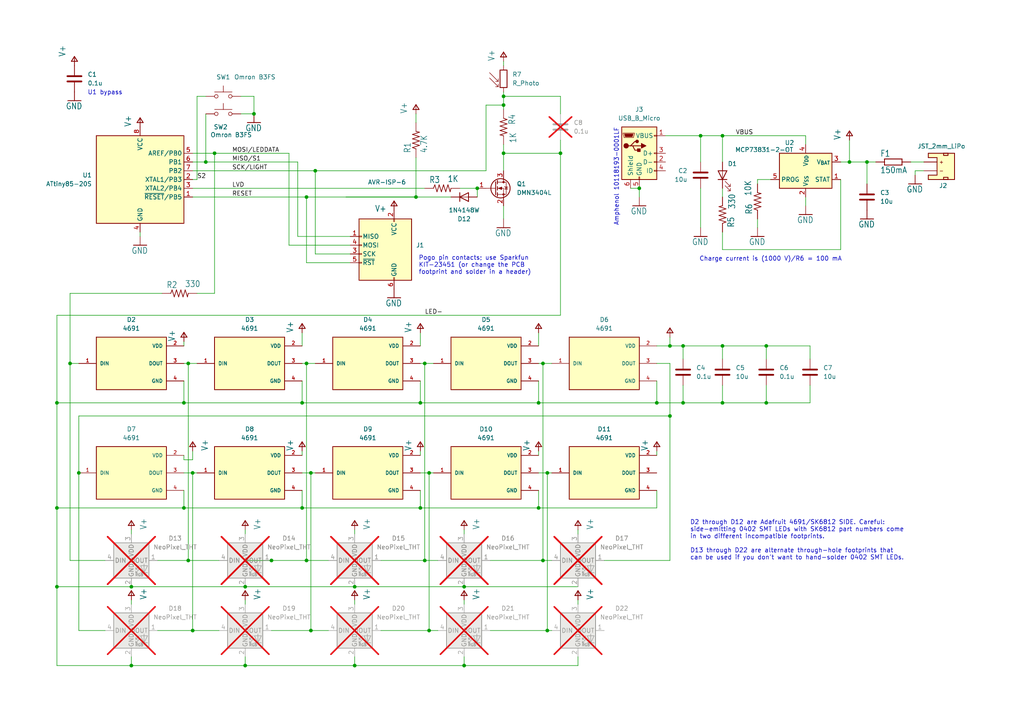
<source format=kicad_sch>
(kicad_sch (version 20250114) (generator "eeschema") (generator_version "9.0")
  (paper "A4")
  (text "Amphenol 10118193-0001LF" (at 178.816 51.308 90) (effects (font (size 1.27 1.27))))
  (text "Pogo pin contacts; use Sparkfun\nKIT-23451 (or change the PCB\nfootprint and solder in a header)" (at 121.412 76.962 0) (effects (font (size 1.27 1.27)) (justify left)))
  (text "Charge current is (1000 V)/R6 = 100 mA" (at 223.52 75.184 0) (effects (font (size 1.27 1.27))))
  (text "D2 through D12 are Adafruit 4691/SK6812 SIDE. Careful:\nside-emitting 0402 SMT LEDs with SK6812 part numbers come\nin two different incompatible footprints.\n\nD13 through D22 are alternate through-hole footprints that\ncan be used if you don't want to hand-solder 0402 SMT LEDs." (at 200.152 156.718 0) (effects (font (size 1.27 1.27)) (justify left)))
  (text "U1 bypass" (at 30.48 26.924 0) (effects (font (size 1.27 1.27))))
  (junction (at 90.17 182.88))
  (junction (at 54.61 105.41))
  (junction (at 20.32 105.41))
  (junction (at 53.34 147.32))
  (junction (at 246.38 46.99))
  (junction (at 78.74 162.56))
  (junction (at 91.44 49.53))
  (junction (at 124.46 137.16))
  (junction (at 194.31 120.65))
  (junction (at 16.51 170.18))
  (junction (at 157.48 105.41))
  (junction (at 222.25 100.33))
  (junction (at 90.17 137.16))
  (junction (at 138.43 54.61))
  (junction (at 157.48 162.56))
  (junction (at 156.21 147.32))
  (junction (at 209.55 100.33))
  (junction (at 55.88 182.88))
  (junction (at 53.34 116.84))
  (junction (at 88.9 57.15))
  (junction (at 146.05 30.48))
  (junction (at 198.12 116.84))
  (junction (at 73.66 33.02))
  (junction (at 123.19 162.56))
  (junction (at 123.19 105.41))
  (junction (at 88.9 105.41))
  (junction (at 54.61 162.56))
  (junction (at 121.92 116.84))
  (junction (at 87.63 147.32))
  (junction (at 194.31 100.33))
  (junction (at 146.05 27.94))
  (junction (at 88.9 162.56))
  (junction (at 158.75 137.16))
  (junction (at 59.69 46.99))
  (junction (at 156.21 116.84))
  (junction (at 209.55 39.37))
  (junction (at 134.62 170.18))
  (junction (at 22.86 137.16))
  (junction (at 158.75 182.88))
  (junction (at 38.1 193.04))
  (junction (at 251.46 46.99))
  (junction (at 71.12 170.18))
  (junction (at 134.62 193.04))
  (junction (at 185.42 54.61))
  (junction (at 16.51 116.84))
  (junction (at 55.88 137.16))
  (junction (at 87.63 116.84))
  (junction (at 102.87 170.18))
  (junction (at 121.92 147.32))
  (junction (at 71.12 193.04))
  (junction (at 120.65 57.15))
  (junction (at 209.55 116.84))
  (junction (at 162.56 44.45))
  (junction (at 124.46 182.88))
  (junction (at 198.12 100.33))
  (junction (at 190.5 116.84))
  (junction (at 38.1 170.18))
  (junction (at 62.23 44.45))
  (junction (at 16.51 147.32))
  (junction (at 146.05 44.45))
  (junction (at 222.25 116.84))
  (junction (at 203.2 39.37))
  (junction (at 102.87 193.04))
  (wire (pts (xy 62.23 44.45) (xy 55.88 44.45)) (stroke (width 0.1524)))
  (wire (pts (xy 209.55 46.99) (xy 209.55 39.37)))
  (wire (pts (xy 251.46 46.99) (xy 251.46 53.34)))
  (wire (pts (xy 251.46 46.99) (xy 254 46.99)))
  (wire (pts (xy 162.56 44.45) (xy 162.56 91.44)))
  (wire (pts (xy 121.92 147.32) (xy 156.21 147.32)))
  (wire (pts (xy 90.17 137.16) (xy 91.44 137.16)))
  (wire (pts (xy 233.68 39.37) (xy 233.68 41.91)))
  (wire (pts (xy 233.68 57.15) (xy 233.68 59.69)))
  (wire (pts (xy 222.25 116.84) (xy 234.95 116.84)))
  (wire (pts (xy 101.6 68.58) (xy 86.36 68.58)))
  (wire (pts (xy 134.62 173.99) (xy 134.62 175.26)))
  (wire (pts (xy 124.46 137.16) (xy 125.73 137.16)))
  (wire (pts (xy 46.99 85.09) (xy 20.32 85.09)))
  (wire (pts (xy 67.31 54.61) (xy 55.88 54.61)))
  (wire (pts (xy 134.62 193.04) (xy 134.62 190.5)))
  (wire (pts (xy 167.64 153.67) (xy 167.64 154.94)))
  (wire (pts (xy 55.88 49.53) (xy 91.44 49.53)) (stroke (width 0.1524)))
  (wire (pts (xy 71.12 193.04) (xy 102.87 193.04)))
  (wire (pts (xy 142.24 182.88) (xy 158.75 182.88)))
  (wire (pts (xy 209.55 116.84) (xy 209.55 111.76)))
  (wire (pts (xy 146.05 26.67) (xy 146.05 27.94)))
  (wire (pts (xy 16.51 91.44) (xy 162.56 91.44)))
  (wire (pts (xy 78.74 182.88) (xy 90.17 182.88)))
  (wire (pts (xy 120.65 57.15) (xy 120.65 45.72)))
  (wire (pts (xy 146.05 17.78) (xy 146.05 19.05)))
  (wire (pts (xy 121.92 105.41) (xy 123.19 105.41)))
  (wire (pts (xy 134.62 170.18) (xy 167.64 170.18)))
  (wire (pts (xy 162.56 27.94) (xy 146.05 27.94)))
  (wire (pts (xy 203.2 39.37) (xy 203.2 46.99)))
  (wire (pts (xy 90.17 182.88) (xy 95.25 182.88)))
  (wire (pts (xy 209.55 57.15) (xy 209.55 54.61)))
  (wire (pts (xy 219.71 63.5) (xy 219.71 66.04)))
  (wire (pts (xy 265.43 49.53) (xy 265.43 50.8)))
  (wire (pts (xy 59.69 46.99) (xy 86.36 46.99)) (stroke (width 0.1524)))
  (wire (pts (xy 88.9 162.56) (xy 95.25 162.56)))
  (wire (pts (xy 71.12 162.56) (xy 78.74 162.56)))
  (wire (pts (xy 59.69 33.02) (xy 59.69 46.99)))
  (wire (pts (xy 190.5 147.32) (xy 190.5 142.24)))
  (wire (pts (xy 156.21 137.16) (xy 158.75 137.16)))
  (wire (pts (xy 209.55 116.84) (xy 222.25 116.84)))
  (wire (pts (xy 62.23 44.45) (xy 62.23 85.09)) (stroke (width 0.1524)))
  (wire (pts (xy 38.1 170.18) (xy 71.12 170.18)))
  (wire (pts (xy 22.86 182.88) (xy 30.48 182.88)))
  (wire (pts (xy 102.87 193.04) (xy 102.87 190.5)))
  (wire (pts (xy 146.05 41.91) (xy 146.05 44.45)))
  (wire (pts (xy 88.9 57.15) (xy 88.9 76.2)) (stroke (width 0.1524)))
  (wire (pts (xy 124.46 182.88) (xy 127 182.88)))
  (wire (pts (xy 53.34 99.06) (xy 53.34 100.33)))
  (wire (pts (xy 140.97 49.53) (xy 140.97 30.48)) (stroke (width 0.1524)))
  (wire (pts (xy 194.31 105.41) (xy 194.31 120.65)))
  (wire (pts (xy 190.5 116.84) (xy 190.5 110.49)))
  (wire (pts (xy 88.9 105.41) (xy 88.9 162.56)))
  (wire (pts (xy 209.55 100.33) (xy 209.55 104.14)))
  (wire (pts (xy 190.5 100.33) (xy 194.31 100.33)))
  (wire (pts (xy 194.31 100.33) (xy 198.12 100.33)))
  (wire (pts (xy 87.63 130.81) (xy 87.63 132.08)))
  (wire (pts (xy 16.51 116.84) (xy 16.51 147.32)))
  (wire (pts (xy 38.1 193.04) (xy 38.1 190.5)))
  (wire (pts (xy 134.62 153.67) (xy 134.62 154.94)))
  (wire (pts (xy 121.92 142.24) (xy 121.92 147.32)))
  (wire (pts (xy 62.23 44.45) (xy 83.82 44.45)) (stroke (width 0.1524)))
  (wire (pts (xy 55.88 137.16) (xy 57.15 137.16)))
  (wire (pts (xy 121.92 116.84) (xy 156.21 116.84)))
  (wire (pts (xy 83.82 71.12) (xy 83.82 44.45)))
  (wire (pts (xy 167.64 173.99) (xy 167.64 175.26)))
  (wire (pts (xy 38.1 173.99) (xy 38.1 175.26)))
  (wire (pts (xy 20.32 85.09) (xy 20.32 105.41)))
  (wire (pts (xy 71.12 173.99) (xy 71.12 175.26)))
  (wire (pts (xy 267.97 49.53) (xy 265.43 49.53)))
  (wire (pts (xy 16.51 147.32) (xy 53.34 147.32)))
  (wire (pts (xy 124.46 137.16) (xy 124.46 182.88)))
  (wire (pts (xy 55.88 137.16) (xy 55.88 182.88)))
  (wire (pts (xy 123.19 105.41) (xy 125.73 105.41)))
  (wire (pts (xy 158.75 137.16) (xy 158.75 182.88)))
  (wire (pts (xy 16.51 170.18) (xy 38.1 170.18)))
  (wire (pts (xy 91.44 105.41) (xy 88.9 105.41)))
  (wire (pts (xy 53.34 137.16) (xy 55.88 137.16)))
  (wire (pts (xy 40.64 67.31) (xy 40.64 68.58)))
  (wire (pts (xy 71.12 153.67) (xy 71.12 154.94)))
  (wire (pts (xy 69.85 27.94) (xy 73.66 27.94)))
  (wire (pts (xy 87.63 110.49) (xy 87.63 116.84)))
  (wire (pts (xy 86.36 68.58) (xy 86.36 46.99)))
  (wire (pts (xy 53.34 110.49) (xy 53.34 116.84)))
  (wire (pts (xy 209.55 67.31) (xy 209.55 72.39)))
  (wire (pts (xy 87.63 137.16) (xy 90.17 137.16)))
  (wire (pts (xy 90.17 137.16) (xy 90.17 182.88)))
  (wire (pts (xy 100.33 57.15) (xy 120.65 57.15)))
  (wire (pts (xy 78.74 162.56) (xy 88.9 162.56)))
  (wire (pts (xy 53.34 105.41) (xy 54.61 105.41)))
  (wire (pts (xy 203.2 39.37) (xy 209.55 39.37)))
  (wire (pts (xy 222.25 100.33) (xy 222.25 104.14)))
  (wire (pts (xy 234.95 116.84) (xy 234.95 111.76)))
  (wire (pts (xy 91.44 73.66) (xy 91.44 49.53)))
  (wire (pts (xy 121.92 137.16) (xy 124.46 137.16)))
  (wire (pts (xy 87.63 116.84) (xy 121.92 116.84)))
  (wire (pts (xy 243.84 52.07) (xy 243.84 72.39)))
  (wire (pts (xy 158.75 182.88) (xy 160.02 182.88)))
  (wire (pts (xy 54.61 105.41) (xy 54.61 162.56)))
  (wire (pts (xy 157.48 105.41) (xy 160.02 105.41)))
  (wire (pts (xy 55.88 52.07) (xy 57.15 52.07)))
  (wire (pts (xy 157.48 105.41) (xy 157.48 162.56)))
  (wire (pts (xy 20.32 105.41) (xy 22.86 105.41)))
  (wire (pts (xy 198.12 100.33) (xy 209.55 100.33)))
  (wire (pts (xy 101.6 73.66) (xy 91.44 73.66)))
  (wire (pts (xy 121.92 110.49) (xy 121.92 116.84)))
  (wire (pts (xy 162.56 40.64) (xy 162.56 44.45)))
  (wire (pts (xy 158.75 137.16) (xy 160.02 137.16)))
  (wire (pts (xy 45.72 162.56) (xy 54.61 162.56)))
  (wire (pts (xy 167.64 193.04) (xy 167.64 190.5)))
  (wire (pts (xy 16.51 147.32) (xy 16.51 170.18)))
  (wire (pts (xy 55.88 182.88) (xy 63.5 182.88)))
  (wire (pts (xy 182.88 54.61) (xy 185.42 54.61)))
  (wire (pts (xy 194.31 120.65) (xy 194.31 162.56)))
  (wire (pts (xy 54.61 105.41) (xy 57.15 105.41)))
  (wire (pts (xy 156.21 110.49) (xy 156.21 116.84)))
  (wire (pts (xy 71.12 193.04) (xy 71.12 190.5)))
  (wire (pts (xy 67.31 54.61) (xy 123.19 54.61)) (stroke (width 0.1524)))
  (wire (pts (xy 156.21 116.84) (xy 190.5 116.84)))
  (wire (pts (xy 55.88 57.15) (xy 88.9 57.15)) (stroke (width 0.1524)))
  (wire (pts (xy 53.34 142.24) (xy 53.34 147.32)))
  (wire (pts (xy 146.05 44.45) (xy 162.56 44.45)))
  (wire (pts (xy 140.97 30.48) (xy 146.05 30.48)) (stroke (width 0.1524)))
  (wire (pts (xy 88.9 57.15) (xy 120.65 57.15)) (stroke (width 0.1524)))
  (wire (pts (xy 101.6 71.12) (xy 83.82 71.12)))
  (wire (pts (xy 219.71 52.07) (xy 223.52 52.07)))
  (wire (pts (xy 146.05 44.45) (xy 146.05 49.53)))
  (wire (pts (xy 22.86 137.16) (xy 22.86 182.88)))
  (wire (pts (xy 190.5 116.84) (xy 198.12 116.84)))
  (wire (pts (xy 71.12 170.18) (xy 102.87 170.18)))
  (wire (pts (xy 194.31 97.79) (xy 194.31 100.33)))
  (wire (pts (xy 53.34 116.84) (xy 87.63 116.84)))
  (wire (pts (xy 219.71 53.34) (xy 219.71 52.07)))
  (wire (pts (xy 198.12 111.76) (xy 198.12 116.84)))
  (wire (pts (xy 198.12 100.33) (xy 198.12 104.14)))
  (wire (pts (xy 198.12 116.84) (xy 209.55 116.84)))
  (wire (pts (xy 146.05 63.5) (xy 146.05 59.69)))
  (wire (pts (xy 246.38 46.99) (xy 251.46 46.99)))
  (wire (pts (xy 156.21 147.32) (xy 190.5 147.32)))
  (wire (pts (xy 20.32 105.41) (xy 20.32 162.56)))
  (wire (pts (xy 87.63 147.32) (xy 121.92 147.32)))
  (wire (pts (xy 55.88 130.81) (xy 55.88 133.35)))
  (wire (pts (xy 91.44 49.53) (xy 140.97 49.53)) (stroke (width 0.1524)))
  (wire (pts (xy 134.62 193.04) (xy 167.64 193.04)))
  (wire (pts (xy 102.87 170.18) (xy 134.62 170.18)))
  (wire (pts (xy 54.61 162.56) (xy 63.5 162.56)))
  (wire (pts (xy 120.65 33.02) (xy 120.65 35.56)) (stroke (width 0.1524)))
  (wire (pts (xy 120.65 57.15) (xy 130.81 57.15)) (stroke (width 0.1524)))
  (wire (pts (xy 156.21 130.81) (xy 156.21 132.08)))
  (wire (pts (xy 209.55 39.37) (xy 233.68 39.37)))
  (wire (pts (xy 73.66 33.02) (xy 69.85 33.02)))
  (wire (pts (xy 157.48 162.56) (xy 160.02 162.56)))
  (wire (pts (xy 156.21 147.32) (xy 156.21 142.24)))
  (wire (pts (xy 138.43 54.61) (xy 133.35 54.61)))
  (wire (pts (xy 101.6 76.2) (xy 88.9 76.2)))
  (wire (pts (xy 88.9 105.41) (xy 87.63 105.41)))
  (wire (pts (xy 87.63 142.24) (xy 87.63 147.32)))
  (wire (pts (xy 87.63 96.52) (xy 87.63 100.33)))
  (wire (pts (xy 73.66 27.94) (xy 73.66 33.02)))
  (wire (pts (xy 59.69 27.94) (xy 57.15 27.94)))
  (wire (pts (xy 193.04 39.37) (xy 203.2 39.37)))
  (wire (pts (xy 45.72 182.88) (xy 55.88 182.88)))
  (wire (pts (xy 102.87 153.67) (xy 102.87 154.94)))
  (wire (pts (xy 53.34 147.32) (xy 87.63 147.32)))
  (wire (pts (xy 234.95 100.33) (xy 234.95 104.14)))
  (wire (pts (xy 123.19 162.56) (xy 127 162.56)))
  (wire (pts (xy 16.51 91.44) (xy 16.51 116.84)))
  (wire (pts (xy 102.87 173.99) (xy 102.87 175.26)))
  (wire (pts (xy 185.42 54.61) (xy 185.42 57.15)))
  (wire (pts (xy 209.55 100.33) (xy 222.25 100.33)))
  (wire (pts (xy 194.31 162.56) (xy 175.26 162.56)))
  (wire (pts (xy 142.24 162.56) (xy 157.48 162.56)))
  (wire (pts (xy 16.51 170.18) (xy 16.51 193.04)))
  (wire (pts (xy 222.25 116.84) (xy 222.25 111.76)))
  (wire (pts (xy 146.05 30.48) (xy 146.05 31.75)))
  (wire (pts (xy 102.87 193.04) (xy 134.62 193.04)))
  (wire (pts (xy 59.69 46.99) (xy 55.88 46.99)) (stroke (width 0.1524)))
  (wire (pts (xy 16.51 193.04) (xy 38.1 193.04)))
  (wire (pts (xy 156.21 105.41) (xy 157.48 105.41)))
  (wire (pts (xy 57.15 85.09) (xy 62.23 85.09)) (stroke (width 0.1524)))
  (wire (pts (xy 53.34 116.84) (xy 16.51 116.84)))
  (wire (pts (xy 190.5 130.81) (xy 190.5 132.08)))
  (wire (pts (xy 156.21 96.52) (xy 156.21 100.33)))
  (wire (pts (xy 138.43 54.61) (xy 138.43 57.15)))
  (wire (pts (xy 53.34 133.35) (xy 53.34 132.08)))
  (wire (pts (xy 121.92 130.81) (xy 121.92 132.08)))
  (wire (pts (xy 110.49 162.56) (xy 123.19 162.56)))
  (wire (pts (xy 22.86 120.65) (xy 22.86 137.16)))
  (wire (pts (xy 57.15 27.94) (xy 57.15 52.07)))
  (wire (pts (xy 264.16 46.99) (xy 267.97 46.99)))
  (wire (pts (xy 209.55 72.39) (xy 243.84 72.39)))
  (wire (pts (xy 146.05 27.94) (xy 146.05 30.48)))
  (wire (pts (xy 222.25 100.33) (xy 234.95 100.33)))
  (wire (pts (xy 203.2 54.61) (xy 203.2 66.04)))
  (wire (pts (xy 22.86 120.65) (xy 194.31 120.65)))
  (wire (pts (xy 162.56 33.02) (xy 162.56 27.94)))
  (wire (pts (xy 20.32 162.56) (xy 30.48 162.56)))
  (wire (pts (xy 55.88 133.35) (xy 53.34 133.35)))
  (wire (pts (xy 110.49 182.88) (xy 124.46 182.88)))
  (wire (pts (xy 246.38 40.64) (xy 246.38 46.99)))
  (wire (pts (xy 121.92 96.52) (xy 121.92 100.33)))
  (wire (pts (xy 38.1 193.04) (xy 71.12 193.04)))
  (wire (pts (xy 38.1 153.67) (xy 38.1 154.94)))
  (wire (pts (xy 123.19 105.41) (xy 123.19 162.56)))
  (wire (pts (xy 246.38 46.99) (xy 243.84 46.99)))
  (wire (pts (xy 190.5 105.41) (xy 194.31 105.41)))
  (label "SCK{slash}LIGHT" (at 67.31 49.53 0) (effects (font (size 1.2446 1.2446))))
  (label "MISO{slash}S1" (at 67.31 46.99 0) (effects (font (size 1.2446 1.2446))))
  (label "VBUS" (at 213.36 39.37 0))
  (label "S2" (at 57.15 52.07 0))
  (label "LED-" (at 123.19 91.44 0))
  (label "RESET" (at 67.31 57.15 0) (effects (font (size 1.2446 1.2446))))
  (label "LVD" (at 67.31 54.61 0))
  (label "MOSI{slash}LEDDATA" (at 67.31 44.45 0) (effects (font (size 1.2446 1.2446))))
  (symbol (lib_id "heart-eagle-import:V+") (at 38.1 171.45 0) (mirror y) (unit 1)
    (property "Reference" "#P+028" (effects (hide yes)))
    (property "Value" "V+" (at 40.64 173.99 90) (effects (font (size 1.778 1.5113)) (justify left bottom)))
  )
  (symbol (lib_id "heart-eagle-import:V+") (at 121.92 93.98 0) (unit 1)
    (property "Reference" "#P+015" (effects (hide yes)))
    (property "Value" "V+" (at 119.38 96.52 90) (effects (font (size 1.778 1.5113)) (justify left bottom)))
  )
  (symbol (lib_id "heart-eagle-import:V+") (at 38.1 151.13 0) (mirror y) (unit 1)
    (property "Reference" "#P+023" (effects (hide yes)))
    (property "Value" "V+" (at 40.64 153.67 90) (effects (font (size 1.778 1.5113)) (justify left bottom)))
  )
  (symbol (lib_id "heart-eagle-import:GND") (at 21.59 29.21 0) (unit 1)
    (property "Reference" "#GND02" (effects (hide yes)))
    (property "Value" "GND" (at 19.05 31.75 0) (effects (font (size 1.778 1.5113)) (justify left bottom)))
  )
  (symbol (lib_id "Device:C") (at 234.95 107.95 0) (unit 1)
    (property "Reference" "C7" (at 238.76 106.6799 0) (effects (justify left)))
    (property "Value" "10u" (at 238.76 109.2199 0) (effects (justify left)))
    (property "Footprint" "Capacitor_SMD:C_0603_1608Metric_Pad1.08x0.95mm_HandSolder" (effects (hide yes)))
    (property "Description" "Unpolarized capacitor" (effects (hide yes)))
  )
  (symbol (lib_id "heart-eagle-import:V+") (at 146.05 15.24 0) (unit 1)
    (property "Reference" "#P+07" (effects (hide yes)))
    (property "Value" "V+" (at 143.51 17.78 90) (effects (font (size 1.778 1.5113)) (justify left bottom)))
  )
  (symbol (lib_id "heart-eagle-import:R-US_R0603") (at 128.27 54.61 0) (unit 1)
    (property "Reference" "R3" (at 124.46 53.1114 0) (effects (font (size 1.778 1.5113)) (justify left bottom)))
    (property "Value" "1K" (at 129.794 52.832 0) (effects (font (size 1.778 1.5113)) (justify left bottom)))
    (property "Footprint" "butterfly:R_Axial_DIN0207_L6.3mm_D2.5mm_P7.62mm_Horizontal_nosilk" (effects (hide yes)))
  )
  (symbol (lib_id "LED:NeoPixel_THT") (at 134.62 162.56 0) (unit 1) (dnp yes)
    (property "Reference" "D16" (at 147.32 156.1398 0))
    (property "Value" "NeoPixel_THT" (at 147.32 158.6798 0))
    (property "Footprint" "neopixel:LED_D5.0mm-4_RGB" (effects (hide yes)))
    (property "Datasheet" "https://www.adafruit.com/product/1938" (effects (hide yes)))
    (property "Description" "RGB LED with integrated controller, 5mm/8mm LED package" (effects (hide yes)))
  )
  (symbol (lib_id "heart-eagle-import:V+") (at 156.21 128.27 0) (unit 1)
    (property "Reference" "#P+013" (effects (hide yes)))
    (property "Value" "V+" (at 153.67 130.81 90) (effects (font (size 1.778 1.5113)) (justify left bottom)))
  )
  (symbol (lib_id "heart-eagle-import:R-US_R0603") (at 52.07 85.09 0) (unit 1)
    (property "Reference" "R2" (at 48.26 83.5914 0) (effects (font (size 1.778 1.5113)) (justify left bottom)))
    (property "Value" "330" (at 53.594 83.312 0) (effects (font (size 1.778 1.5113)) (justify left bottom)))
    (property "Footprint" "butterfly:R_Axial_DIN0207_L6.3mm_D2.5mm_P7.62mm_Horizontal_nosilk" (effects (hide yes)))
  )
  (symbol (lib_id "heart-eagle-import:V+") (at 120.65 30.48 0) (unit 1)
    (property "Reference" "#P+01" (effects (hide yes)))
    (property "Value" "V+" (at 118.11 33.02 90) (effects (font (size 1.778 1.5113)) (justify left bottom)))
  )
  (symbol (lib_id "heart-eagle-import:V+") (at 87.63 128.27 0) (unit 1)
    (property "Reference" "#P+011" (effects (hide yes)))
    (property "Value" "V+" (at 85.09 130.81 90) (effects (font (size 1.778 1.5113)) (justify left bottom)))
  )
  (symbol (lib_id "heart-eagle-import:GND") (at 233.68 62.23 0) (unit 1)
    (property "Reference" "#GND05" (effects (hide yes)))
    (property "Value" "GND" (at 231.14 64.77 0) (effects (font (size 1.778 1.5113)) (justify left bottom)))
  )
  (symbol (lib_id "heart-eagle-import:GND") (at 40.64 71.12 0) (unit 1)
    (property "Reference" "#GND04" (effects (hide yes)))
    (property "Value" "GND" (at 38.1 73.66 0) (effects (font (size 1.778 1.5113)) (justify left bottom)))
  )
  (symbol (lib_id "heart-eagle-import:GND") (at 185.42 59.69 0) (unit 1)
    (property "Reference" "#GND06" (effects (hide yes)))
    (property "Value" "GND" (at 182.88 62.23 0) (effects (font (size 1.778 1.5113)) (justify left bottom)))
  )
  (symbol (lib_id "Connector:USB_B_Micro") (at 185.42 44.45 0) (unit 1)
    (property "Reference" "J3" (at 185.42 31.75 0))
    (property "Value" "USB_B_Micro" (at 185.42 34.29 0))
    (property "Footprint" "Connector_USB:USB_Micro-B_Amphenol_10118193-0001LF_Horizontal" (effects (hide yes)))
    (property "Description" "USB Micro Type B connector" (effects (hide yes)))
  )
  (symbol (lib_id "Device:C") (at 198.12 107.95 0) (unit 1)
    (property "Reference" "C4" (at 201.93 106.6799 0) (effects (justify left)))
    (property "Value" "0.1u" (at 201.93 109.2199 0) (effects (justify left)))
    (property "Footprint" "Capacitor_SMD:C_0603_1608Metric_Pad1.08x0.95mm_HandSolder" (effects (hide yes)))
    (property "Description" "Unpolarized capacitor" (effects (hide yes)))
  )
  (symbol (lib_id "4691:4691") (at 140.97 105.41 0) (unit 1)
    (property "Reference" "D5" (at 140.97 92.71 0))
    (property "Value" "4691" (at 140.97 95.25 0))
    (property "Footprint" "4691_butterfly:4691_handsolder" (effects (hide yes)))
    (property "MF" "Adafruit" (effects (hide yes)))
    (property "MAXIMUM_PACKAGE_HEIGHT" "2.05 mm" (effects (hide yes)))
    (property "Package" "NON-STANDARD-4 Normand Electronics" (effects (hide yes)))
    (property "Price" "None" (effects (hide yes)))
    (property "Check_prices" "https://www.snapeda.com/parts/4691/Adafruit+Industries/view-part/?ref=eda" (effects (hide yes)))
    (property "STANDARD" "Manufacturer Recommendations" (effects (hide yes)))
    (property "PARTREV" "01" (effects (hide yes)))
    (property "SnapEDA_Link" "https://www.snapeda.com/parts/4691/Adafruit+Industries/view-part/?ref=snap" (effects (hide yes)))
    (property "MP" "4691" (effects (hide yes)))
    (property "Description_1" "\n                        \n                            Addressable Lighting Neopixel 10 LED Discrete Red, Green, Blue (RGB) 4.00mm L x 2.00mm W\n                        \n" (effects (hide yes)))
    (property "Availability" "Not in stock" (effects (hide yes)))
    (property "MANUFACTURER" "Adafruit" (effects (hide yes)))
  )
  (symbol (lib_id "heart-eagle-import:V+") (at 40.64 34.29 0) (unit 1)
    (property "Reference" "#P+02" (effects (hide yes)))
    (property "Value" "V+" (at 38.1 36.83 90) (effects (font (size 1.778 1.5113)) (justify left bottom)))
  )
  (symbol (lib_id "heart-eagle-import:V+") (at 156.21 93.98 0) (mirror y) (unit 1)
    (property "Reference" "#P+017" (effects (hide yes)))
    (property "Value" "V+" (effects (hide yes)))
  )
  (symbol (lib_id "heart-eagle-import:V+") (at 194.31 95.25 0) (mirror y) (unit 1)
    (property "Reference" "#P+09" (effects (hide yes)))
    (property "Value" "V+" (effects (hide yes)))
  )
  (symbol (lib_id "LED:NeoPixel_THT") (at 71.12 162.56 0) (unit 1) (dnp yes)
    (property "Reference" "D14" (at 83.82 156.1398 0))
    (property "Value" "NeoPixel_THT" (at 83.82 158.6798 0))
    (property "Footprint" "neopixel:LED_D5.0mm-4_RGB" (effects (hide yes)))
    (property "Datasheet" "https://www.adafruit.com/product/1938" (effects (hide yes)))
    (property "Description" "RGB LED with integrated controller, 5mm/8mm LED package" (effects (hide yes)))
  )
  (symbol (lib_id "Device:C") (at 21.59 22.86 0) (unit 1)
    (property "Reference" "C1" (at 25.4 21.5899 0) (effects (justify left)))
    (property "Value" "0.1u" (at 25.4 24.1299 0) (effects (justify left)))
    (property "Footprint" "Capacitor_SMD:C_0603_1608Metric_Pad1.08x0.95mm_HandSolder" (effects (hide yes)))
    (property "Description" "Unpolarized capacitor" (effects (hide yes)))
  )
  (symbol (lib_id "heart-eagle-import:GND") (at 265.43 53.34 0) (unit 1)
    (property "Reference" "#GND08" (effects (hide yes)))
    (property "Value" "GND" (at 262.89 55.88 0) (effects (font (size 1.778 1.5113)) (justify left bottom)))
  )
  (symbol (lib_id "heart-eagle-import:V+") (at 190.5 128.27 0) (unit 1)
    (property "Reference" "#P+014" (effects (hide yes)))
    (property "Value" "V+" (at 187.96 130.81 90) (effects (font (size 1.778 1.5113)) (justify left bottom)))
  )
  (symbol (lib_id "heart-eagle-import:R-US_R0603") (at 209.55 62.23 270) (mirror x) (unit 1)
    (property "Reference" "R5" (at 211.0486 66.04 0) (effects (font (size 1.778 1.5113)) (justify left bottom)))
    (property "Value" "330" (at 211.328 60.706 0) (effects (font (size 1.778 1.5113)) (justify left bottom)))
    (property "Footprint" "butterfly:R_Axial_DIN0207_L6.3mm_D2.5mm_P7.62mm_Horizontal_nosilk" (effects (hide yes)))
  )
  (symbol (lib_id "LED:NeoPixel_THT") (at 102.87 182.88 0) (unit 1) (dnp yes)
    (property "Reference" "D20" (at 115.57 176.4598 0))
    (property "Value" "NeoPixel_THT" (at 115.57 178.9998 0))
    (property "Footprint" "neopixel:LED_D5.0mm-4_RGB" (effects (hide yes)))
    (property "Datasheet" "https://www.adafruit.com/product/1938" (effects (hide yes)))
    (property "Description" "RGB LED with integrated controller, 5mm/8mm LED package" (effects (hide yes)))
  )
  (symbol (lib_id "4691:4691") (at 175.26 137.16 0) (unit 1)
    (property "Reference" "D11" (at 175.26 124.46 0))
    (property "Value" "4691" (at 175.26 127 0))
    (property "Footprint" "4691_butterfly:4691_handsolder" (effects (hide yes)))
    (property "MF" "Adafruit" (effects (hide yes)))
    (property "MAXIMUM_PACKAGE_HEIGHT" "2.05 mm" (effects (hide yes)))
    (property "Package" "NON-STANDARD-4 Normand Electronics" (effects (hide yes)))
    (property "Price" "None" (effects (hide yes)))
    (property "Check_prices" "https://www.snapeda.com/parts/4691/Adafruit+Industries/view-part/?ref=eda" (effects (hide yes)))
    (property "STANDARD" "Manufacturer Recommendations" (effects (hide yes)))
    (property "PARTREV" "01" (effects (hide yes)))
    (property "SnapEDA_Link" "https://www.snapeda.com/parts/4691/Adafruit+Industries/view-part/?ref=snap" (effects (hide yes)))
    (property "MP" "4691" (effects (hide yes)))
    (property "Description_1" "\n                        \n                            Addressable Lighting Neopixel 10 LED Discrete Red, Green, Blue (RGB) 4.00mm L x 2.00mm W\n                        \n" (effects (hide yes)))
    (property "Availability" "Not in stock" (effects (hide yes)))
    (property "MANUFACTURER" "Adafruit" (effects (hide yes)))
  )
  (symbol (lib_id "4691:4691") (at 140.97 137.16 0) (unit 1)
    (property "Reference" "D10" (at 140.97 124.46 0))
    (property "Value" "4691" (at 140.97 127 0))
    (property "Footprint" "4691_butterfly:4691_handsolder" (effects (hide yes)))
    (property "MF" "Adafruit" (effects (hide yes)))
    (property "MAXIMUM_PACKAGE_HEIGHT" "2.05 mm" (effects (hide yes)))
    (property "Package" "NON-STANDARD-4 Normand Electronics" (effects (hide yes)))
    (property "Price" "None" (effects (hide yes)))
    (property "Check_prices" "https://www.snapeda.com/parts/4691/Adafruit+Industries/view-part/?ref=eda" (effects (hide yes)))
    (property "STANDARD" "Manufacturer Recommendations" (effects (hide yes)))
    (property "PARTREV" "01" (effects (hide yes)))
    (property "SnapEDA_Link" "https://www.snapeda.com/parts/4691/Adafruit+Industries/view-part/?ref=snap" (effects (hide yes)))
    (property "MP" "4691" (effects (hide yes)))
    (property "Description_1" "\n                        \n                            Addressable Lighting Neopixel 10 LED Discrete Red, Green, Blue (RGB) 4.00mm L x 2.00mm W\n                        \n" (effects (hide yes)))
    (property "Availability" "Not in stock" (effects (hide yes)))
    (property "MANUFACTURER" "Adafruit" (effects (hide yes)))
  )
  (symbol (lib_id "heart-eagle-import:V+") (at 21.59 16.51 0) (unit 1)
    (property "Reference" "#P+04" (effects (hide yes)))
    (property "Value" "V+" (at 19.05 16.51 90) (effects (font (size 1.778 1.5113)) (justify left bottom)))
  )
  (symbol (lib_id "Switch:SW_Omron_B3FS") (at 64.77 33.02 0) (unit 1)
    (property "Reference" "SW2" (at 64.008 36.83 0))
    (property "Value" "Omron B3FS" (at 67.056 39.116 0))
    (property "Footprint" "Button_Switch_SMD:SW_SPST_Omron_B3FS-100xP" (effects (hide yes)))
    (property "Datasheet" "https://omronfs.omron.com/en_US/ecb/products/pdf/en-b3fs.pdf" (effects (hide yes)))
    (property "Description" "Omron B3FS 6x6mm single pole normally-open tactile switch" (effects (hide yes)))
  )
  (symbol (lib_id "heart-eagle-import:GND") (at 73.66 35.56 0) (unit 1)
    (property "Reference" "#GND01" (effects (hide yes)))
    (property "Value" "GND" (at 71.12 38.1 0) (effects (font (size 1.778 1.5113)) (justify left bottom)))
  )
  (symbol (lib_id "heart-eagle-import:V+") (at 167.64 171.45 0) (mirror y) (unit 1)
    (property "Reference" "#P+024" (effects (hide yes)))
    (property "Value" "V+" (at 170.18 173.99 90) (effects (font (size 1.778 1.5113)) (justify left bottom)))
  )
  (symbol (lib_id "4691:4691") (at 38.1 105.41 0) (unit 1)
    (property "Reference" "D2" (at 38.1 92.71 0))
    (property "Value" "4691" (at 38.1 95.25 0))
    (property "Footprint" "4691_butterfly:4691_handsolder" (effects (hide yes)))
    (property "MF" "Adafruit" (effects (hide yes)))
    (property "MAXIMUM_PACKAGE_HEIGHT" "2.05 mm" (effects (hide yes)))
    (property "Package" "NON-STANDARD-4 Normand Electronics" (effects (hide yes)))
    (property "Price" "None" (effects (hide yes)))
    (property "Check_prices" "https://www.snapeda.com/parts/4691/Adafruit+Industries/view-part/?ref=eda" (effects (hide yes)))
    (property "STANDARD" "Manufacturer Recommendations" (effects (hide yes)))
    (property "PARTREV" "01" (effects (hide yes)))
    (property "SnapEDA_Link" "https://www.snapeda.com/parts/4691/Adafruit+Industries/view-part/?ref=snap" (effects (hide yes)))
    (property "MP" "4691" (effects (hide yes)))
    (property "Description_1" "\n                        \n                            Addressable Lighting Neopixel 10 LED Discrete Red, Green, Blue (RGB) 4.00mm L x 2.00mm W\n                        \n" (effects (hide yes)))
    (property "Availability" "Not in stock" (effects (hide yes)))
    (property "MANUFACTURER" "Adafruit" (effects (hide yes)))
  )
  (symbol (lib_id "heart-eagle-import:R-US_R0603") (at 219.71 58.42 90) (unit 1)
    (property "Reference" "R6" (at 218.2114 62.23 0) (effects (font (size 1.778 1.5113)) (justify left bottom)))
    (property "Value" "10K" (at 217.932 56.896 0) (effects (font (size 1.778 1.5113)) (justify left bottom)))
    (property "Footprint" "butterfly:R_Axial_DIN0207_L6.3mm_D2.5mm_P7.62mm_Horizontal_nosilk" (effects (hide yes)))
  )
  (symbol (lib_id "heart-eagle-import:V+") (at 134.62 151.13 0) (mirror y) (unit 1)
    (property "Reference" "#P+021" (effects (hide yes)))
    (property "Value" "V+" (at 137.16 153.67 90) (effects (font (size 1.778 1.5113)) (justify left bottom)))
  )
  (symbol (lib_id "LED:NeoPixel_THT") (at 102.87 162.56 0) (unit 1) (dnp yes)
    (property "Reference" "D15" (at 115.57 156.1398 0))
    (property "Value" "NeoPixel_THT" (at 115.57 158.6798 0))
    (property "Footprint" "neopixel:LED_D5.0mm-4_RGB" (effects (hide yes)))
    (property "Datasheet" "https://www.adafruit.com/product/1938" (effects (hide yes)))
    (property "Description" "RGB LED with integrated controller, 5mm/8mm LED package" (effects (hide yes)))
  )
  (symbol (lib_id "4691:4691") (at 72.39 137.16 0) (unit 1)
    (property "Reference" "D8" (at 72.39 124.46 0))
    (property "Value" "4691" (at 72.39 127 0))
    (property "Footprint" "4691_butterfly:4691_handsolder" (effects (hide yes)))
    (property "MF" "Adafruit" (effects (hide yes)))
    (property "MAXIMUM_PACKAGE_HEIGHT" "2.05 mm" (effects (hide yes)))
    (property "Package" "NON-STANDARD-4 Normand Electronics" (effects (hide yes)))
    (property "Price" "None" (effects (hide yes)))
    (property "Check_prices" "https://www.snapeda.com/parts/4691/Adafruit+Industries/view-part/?ref=eda" (effects (hide yes)))
    (property "STANDARD" "Manufacturer Recommendations" (effects (hide yes)))
    (property "PARTREV" "01" (effects (hide yes)))
    (property "SnapEDA_Link" "https://www.snapeda.com/parts/4691/Adafruit+Industries/view-part/?ref=snap" (effects (hide yes)))
    (property "MP" "4691" (effects (hide yes)))
    (property "Description_1" "\n                        \n                            Addressable Lighting Neopixel 10 LED Discrete Red, Green, Blue (RGB) 4.00mm L x 2.00mm W\n                        \n" (effects (hide yes)))
    (property "Availability" "Not in stock" (effects (hide yes)))
    (property "MANUFACTURER" "Adafruit" (effects (hide yes)))
  )
  (symbol (lib_id "heart-eagle-import:V+") (at 114.3 58.42 0) (unit 1)
    (property "Reference" "#P+03" (effects (hide yes)))
    (property "Value" "V+" (at 108.712 61.468 0) (effects (font (size 1.778 1.5113)) (justify left bottom)))
  )
  (symbol (lib_id "4691:4691") (at 38.1 137.16 0) (unit 1)
    (property "Reference" "D7" (at 38.1 124.46 0))
    (property "Value" "4691" (at 38.1 127 0))
    (property "Footprint" "4691_butterfly:4691_handsolder" (effects (hide yes)))
    (property "MF" "Adafruit" (effects (hide yes)))
    (property "MAXIMUM_PACKAGE_HEIGHT" "2.05 mm" (effects (hide yes)))
    (property "Package" "NON-STANDARD-4 Normand Electronics" (effects (hide yes)))
    (property "Price" "None" (effects (hide yes)))
    (property "Check_prices" "https://www.snapeda.com/parts/4691/Adafruit+Industries/view-part/?ref=eda" (effects (hide yes)))
    (property "STANDARD" "Manufacturer Recommendations" (effects (hide yes)))
    (property "PARTREV" "01" (effects (hide yes)))
    (property "SnapEDA_Link" "https://www.snapeda.com/parts/4691/Adafruit+Industries/view-part/?ref=snap" (effects (hide yes)))
    (property "MP" "4691" (effects (hide yes)))
    (property "Description_1" "\n                        \n                            Addressable Lighting Neopixel 10 LED Discrete Red, Green, Blue (RGB) 4.00mm L x 2.00mm W\n                        \n" (effects (hide yes)))
    (property "Availability" "Not in stock" (effects (hide yes)))
    (property "MANUFACTURER" "Adafruit" (effects (hide yes)))
  )
  (symbol (lib_id "Device:C") (at 251.46 57.15 0) (unit 1)
    (property "Reference" "C3" (at 255.27 55.8799 0) (effects (justify left)))
    (property "Value" "10u" (at 255.27 58.42 0) (effects (justify left)))
    (property "Footprint" "Capacitor_SMD:C_0603_1608Metric_Pad1.08x0.95mm_HandSolder" (effects (hide yes)))
    (property "Description" "Unpolarized capacitor" (effects (hide yes)))
  )
  (symbol (lib_id "4691:4691") (at 175.26 105.41 0) (unit 1)
    (property "Reference" "D6" (at 175.26 92.71 0))
    (property "Value" "4691" (at 175.26 95.25 0))
    (property "Footprint" "4691_butterfly:4691_handsolder" (effects (hide yes)))
    (property "MF" "Adafruit" (effects (hide yes)))
    (property "MAXIMUM_PACKAGE_HEIGHT" "2.05 mm" (effects (hide yes)))
    (property "Package" "NON-STANDARD-4 Normand Electronics" (effects (hide yes)))
    (property "Price" "None" (effects (hide yes)))
    (property "Check_prices" "https://www.snapeda.com/parts/4691/Adafruit+Industries/view-part/?ref=eda" (effects (hide yes)))
    (property "STANDARD" "Manufacturer Recommendations" (effects (hide yes)))
    (property "PARTREV" "01" (effects (hide yes)))
    (property "SnapEDA_Link" "https://www.snapeda.com/parts/4691/Adafruit+Industries/view-part/?ref=snap" (effects (hide yes)))
    (property "MP" "4691" (effects (hide yes)))
    (property "Description_1" "\n                        \n                            Addressable Lighting Neopixel 10 LED Discrete Red, Green, Blue (RGB) 4.00mm L x 2.00mm W\n                        \n" (effects (hide yes)))
    (property "Availability" "Not in stock" (effects (hide yes)))
    (property "MANUFACTURER" "Adafruit" (effects (hide yes)))
  )
  (symbol (lib_id "heart-eagle-import:V+") (at 55.88 128.27 0) (mirror y) (unit 1)
    (property "Reference" "#P+010" (effects (hide yes)))
    (property "Value" "V+" (at 58.42 130.81 90) (effects (font (size 1.778 1.5113)) (justify left bottom)))
  )
  (symbol (lib_id "heart-eagle-import:V+") (at 71.12 151.13 0) (mirror y) (unit 1)
    (property "Reference" "#P+018" (effects (hide yes)))
    (property "Value" "V+" (at 73.66 153.67 90) (effects (font (size 1.778 1.5113)) (justify left bottom)))
  )
  (symbol (lib_id "Device:LED") (at 209.55 50.8 90) (unit 1)
    (property "Reference" "D1" (at 211.074 47.498 90) (effects (justify right)))
    (property "Value" "LED" (effects (hide yes)))
    (property "Footprint" "LED_SMD:LED_0805_2012Metric_Pad1.15x1.40mm_HandSolder" (effects (hide yes)))
    (property "Description" "Light emitting diode" (effects (hide yes)))
    (property "Sim.Pins" "1=K 2=A" (effects (hide yes)))
  )
  (symbol (lib_id "heart-eagle-import:V+") (at 71.12 171.45 0) (mirror y) (unit 1)
    (property "Reference" "#P+027" (effects (hide yes)))
    (property "Value" "V+" (at 73.66 173.99 90) (effects (font (size 1.778 1.5113)) (justify left bottom)))
  )
  (symbol (lib_id "LED:NeoPixel_THT") (at 71.12 182.88 0) (unit 1) (dnp yes)
    (property "Reference" "D19" (at 83.82 176.4598 0))
    (property "Value" "NeoPixel_THT" (at 83.82 178.9998 0))
    (property "Footprint" "neopixel:LED_D5.0mm-4_RGB" (effects (hide yes)))
    (property "Datasheet" "https://www.adafruit.com/product/1938" (effects (hide yes)))
    (property "Description" "RGB LED with integrated controller, 5mm/8mm LED package" (effects (hide yes)))
  )
  (symbol (lib_id "LED:NeoPixel_THT") (at 38.1 182.88 0) (unit 1) (dnp yes)
    (property "Reference" "D18" (at 50.8 176.4598 0))
    (property "Value" "NeoPixel_THT" (at 50.8 178.9998 0))
    (property "Footprint" "neopixel:LED_D5.0mm-4_RGB" (effects (hide yes)))
    (property "Datasheet" "https://www.adafruit.com/product/1938" (effects (hide yes)))
    (property "Description" "RGB LED with integrated controller, 5mm/8mm LED package" (effects (hide yes)))
  )
  (symbol (lib_id "heart-eagle-import:V+") (at 102.87 171.45 0) (mirror y) (unit 1)
    (property "Reference" "#P+026" (effects (hide yes)))
    (property "Value" "V+" (at 105.41 173.99 90) (effects (font (size 1.778 1.5113)) (justify left bottom)))
  )
  (symbol (lib_id "Diode:LL4148") (at 134.62 57.15 0) (mirror x) (unit 1)
    (property "Reference" "D12" (at 134.62 63.5 0))
    (property "Value" "1N4148W" (at 134.62 60.96 0))
    (property "Footprint" "Diode_SMD:D_MiniMELF" (effects (hide yes)))
    (property "Datasheet" "http://www.vishay.com/docs/85557/ll4148.pdf" (effects (hide yes)))
    (property "Description" "100V 0.15A standard switching diode, MiniMELF" (effects (hide yes)))
    (property "Sim.Device" "D" (effects (hide yes)))
    (property "Sim.Pins" "1=K 2=A" (effects (hide yes)))
  )
  (symbol (lib_id "heart-eagle-import:R-US_R0603") (at 120.65 40.64 90) (unit 1)
    (property "Reference" "R1" (at 119.1514 44.45 0) (effects (font (size 1.778 1.5113)) (justify left bottom)))
    (property "Value" "4.7K" (at 123.952 44.45 0) (effects (font (size 1.778 1.5113)) (justify left bottom)))
    (property "Footprint" "butterfly:R_Axial_DIN0207_L6.3mm_D2.5mm_P7.62mm_Horizontal_nosilk" (effects (hide yes)))
  )
  (symbol (lib_id "LED:NeoPixel_THT") (at 38.1 162.56 0) (unit 1) (dnp yes)
    (property "Reference" "D13" (at 50.8 156.1398 0))
    (property "Value" "NeoPixel_THT" (at 50.8 158.6798 0))
    (property "Footprint" "neopixel:LED_D5.0mm-4_RGB" (effects (hide yes)))
    (property "Datasheet" "https://www.adafruit.com/product/1938" (effects (hide yes)))
    (property "Description" "RGB LED with integrated controller, 5mm/8mm LED package" (effects (hide yes)))
  )
  (symbol (lib_id "LED:NeoPixel_THT") (at 167.64 182.88 0) (unit 1) (dnp yes)
    (property "Reference" "D22" (at 180.34 176.4598 0))
    (property "Value" "NeoPixel_THT" (at 180.34 178.9998 0))
    (property "Footprint" "neopixel:LED_D5.0mm-4_RGB" (effects (hide yes)))
    (property "Datasheet" "https://www.adafruit.com/product/1938" (effects (hide yes)))
    (property "Description" "RGB LED with integrated controller, 5mm/8mm LED package" (effects (hide yes)))
  )
  (symbol (lib_id "heart-eagle-import:GND") (at 114.3 86.36 0) (unit 1)
    (property "Reference" "#GND03" (effects (hide yes)))
    (property "Value" "GND" (at 111.76 88.9 0) (effects (font (size 1.778 1.5113)) (justify left bottom)))
  )
  (symbol (lib_id "heart-eagle-import:GND") (at 203.2 68.58 0) (unit 1)
    (property "Reference" "#GND09" (effects (hide yes)))
    (property "Value" "GND" (at 200.66 71.12 0) (effects (font (size 1.778 1.5113)) (justify left bottom)))
  )
  (symbol (lib_id "heart-eagle-import:V+") (at 87.63 93.98 0) (unit 1)
    (property "Reference" "#P+016" (effects (hide yes)))
    (property "Value" "V+" (at 85.09 96.52 90) (effects (font (size 1.778 1.5113)) (justify left bottom)))
  )
  (symbol (lib_id "heart-eagle-import:R-US_R0603") (at 146.05 36.83 270) (unit 1)
    (property "Reference" "R4" (at 147.5486 33.02 0) (effects (font (size 1.778 1.5113)) (justify left bottom)))
    (property "Value" "1K" (at 147.828 38.354 0) (effects (font (size 1.778 1.5113)) (justify left bottom)))
    (property "Footprint" "butterfly:R_Axial_DIN0207_L6.3mm_D2.5mm_P7.62mm_Horizontal_nosilk" (effects (hide yes)))
  )
  (symbol (lib_id "4691:4691") (at 72.39 105.41 0) (unit 1)
    (property "Reference" "D3" (at 72.39 92.71 0))
    (property "Value" "4691" (at 72.39 95.25 0))
    (property "Footprint" "4691_butterfly:4691_handsolder" (effects (hide yes)))
    (property "MF" "Adafruit" (effects (hide yes)))
    (property "MAXIMUM_PACKAGE_HEIGHT" "2.05 mm" (effects (hide yes)))
    (property "Package" "NON-STANDARD-4 Normand Electronics" (effects (hide yes)))
    (property "Price" "None" (effects (hide yes)))
    (property "Check_prices" "https://www.snapeda.com/parts/4691/Adafruit+Industries/view-part/?ref=eda" (effects (hide yes)))
    (property "STANDARD" "Manufacturer Recommendations" (effects (hide yes)))
    (property "PARTREV" "01" (effects (hide yes)))
    (property "SnapEDA_Link" "https://www.snapeda.com/parts/4691/Adafruit+Industries/view-part/?ref=snap" (effects (hide yes)))
    (property "MP" "4691" (effects (hide yes)))
    (property "Description_1" "\n                        \n                            Addressable Lighting Neopixel 10 LED Discrete Red, Green, Blue (RGB) 4.00mm L x 2.00mm W\n                        \n" (effects (hide yes)))
    (property "Availability" "Not in stock" (effects (hide yes)))
    (property "MANUFACTURER" "Adafruit" (effects (hide yes)))
  )
  (symbol (lib_id "Transistor_FET:DMN3404L") (at 143.51 54.61 0) (unit 1)
    (property "Reference" "Q1" (at 149.86 53.3399 0) (effects (justify left)))
    (property "Value" "DMN3404L" (at 149.86 55.8799 0) (effects (justify left)))
    (property "Footprint" "Package_TO_SOT_SMD:SOT-23" (effects (hide yes)))
    (property "Datasheet" "http://www.diodes.com/assets/Datasheets/ds31787.pdf" (effects (hide yes)))
    (property "Description" "5.8A Id, 30V Vds, N-Channel MOSFET, SOT-23" (effects (hide yes)))
  )
  (symbol (lib_id "SparkFun-Connector:Conn_01x02_JST_2mm_LiPo") (at 273.05 46.99 0) (unit 1)
    (property "Reference" "J2" (at 273.558 53.848 0))
    (property "Value" "JST_2mm_LiPo" (at 273.05 42.418 0))
    (property "Footprint" "SparkFun-Connector:JST_SMD_2.0mm-2" (effects (hide yes)))
    (property "Description" "2 Pin 2mm JST Battery Connector" (effects (hide yes)))
    (property "PROD_ID" "CONN-11443" (effects (hide yes)))
  )
  (symbol (lib_id "Device:C") (at 203.2 50.8 0) (mirror y) (unit 1)
    (property "Reference" "C2" (at 199.39 49.5299 0) (effects (justify left)))
    (property "Value" "10u" (at 199.39 52.0699 0) (effects (justify left)))
    (property "Footprint" "Capacitor_SMD:C_0603_1608Metric_Pad1.08x0.95mm_HandSolder" (effects (hide yes)))
    (property "Description" "Unpolarized capacitor" (effects (hide yes)))
  )
  (symbol (lib_id "heart-eagle-import:V+") (at 134.62 171.45 0) (mirror y) (unit 1)
    (property "Reference" "#P+025" (effects (hide yes)))
    (property "Value" "V+" (at 137.16 173.99 90) (effects (font (size 1.778 1.5113)) (justify left bottom)))
  )
  (symbol (lib_id "Device:C") (at 162.56 36.83 0) (unit 1) (dnp yes)
    (property "Reference" "C8" (at 166.37 35.5599 0) (effects (justify left)))
    (property "Value" "0.1u" (at 166.37 38.0999 0) (effects (justify left)))
    (property "Footprint" "Capacitor_SMD:C_0603_1608Metric_Pad1.08x0.95mm_HandSolder" (effects (hide yes)))
    (property "Description" "Unpolarized capacitor" (effects (hide yes)))
  )
  (symbol (lib_id "4691:4691") (at 106.68 105.41 0) (unit 1)
    (property "Reference" "D4" (at 106.68 92.71 0))
    (property "Value" "4691" (at 106.68 95.25 0))
    (property "Footprint" "4691_butterfly:4691_handsolder" (effects (hide yes)))
    (property "MF" "Adafruit" (effects (hide yes)))
    (property "MAXIMUM_PACKAGE_HEIGHT" "2.05 mm" (effects (hide yes)))
    (property "Package" "NON-STANDARD-4 Normand Electronics" (effects (hide yes)))
    (property "Price" "None" (effects (hide yes)))
    (property "Check_prices" "https://www.snapeda.com/parts/4691/Adafruit+Industries/view-part/?ref=eda" (effects (hide yes)))
    (property "STANDARD" "Manufacturer Recommendations" (effects (hide yes)))
    (property "PARTREV" "01" (effects (hide yes)))
    (property "SnapEDA_Link" "https://www.snapeda.com/parts/4691/Adafruit+Industries/view-part/?ref=snap" (effects (hide yes)))
    (property "MP" "4691" (effects (hide yes)))
    (property "Description_1" "\n                        \n                            Addressable Lighting Neopixel 10 LED Discrete Red, Green, Blue (RGB) 4.00mm L x 2.00mm W\n                        \n" (effects (hide yes)))
    (property "Availability" "Not in stock" (effects (hide yes)))
    (property "MANUFACTURER" "Adafruit" (effects (hide yes)))
  )
  (symbol (lib_id "LED:NeoPixel_THT") (at 167.64 162.56 0) (unit 1) (dnp yes)
    (property "Reference" "D17" (at 180.34 156.1398 0))
    (property "Value" "NeoPixel_THT" (at 180.34 158.6798 0))
    (property "Footprint" "neopixel:LED_D5.0mm-4_RGB" (effects (hide yes)))
    (property "Datasheet" "https://www.adafruit.com/product/1938" (effects (hide yes)))
    (property "Description" "RGB LED with integrated controller, 5mm/8mm LED package" (effects (hide yes)))
  )
  (symbol (lib_id "heart-eagle-import:GND") (at 219.71 68.58 0) (unit 1)
    (property "Reference" "#GND010" (effects (hide yes)))
    (property "Value" "GND" (at 217.17 71.12 0) (effects (font (size 1.778 1.5113)) (justify left bottom)))
  )
  (symbol (lib_id "4691:4691") (at 106.68 137.16 0) (unit 1)
    (property "Reference" "D9" (at 106.68 124.46 0))
    (property "Value" "4691" (at 106.68 127 0))
    (property "Footprint" "4691_butterfly:4691_handsolder" (effects (hide yes)))
    (property "MF" "Adafruit" (effects (hide yes)))
    (property "MAXIMUM_PACKAGE_HEIGHT" "2.05 mm" (effects (hide yes)))
    (property "Package" "NON-STANDARD-4 Normand Electronics" (effects (hide yes)))
    (property "Price" "None" (effects (hide yes)))
    (property "Check_prices" "https://www.snapeda.com/parts/4691/Adafruit+Industries/view-part/?ref=eda" (effects (hide yes)))
    (property "STANDARD" "Manufacturer Recommendations" (effects (hide yes)))
    (property "PARTREV" "01" (effects (hide yes)))
    (property "SnapEDA_Link" "https://www.snapeda.com/parts/4691/Adafruit+Industries/view-part/?ref=snap" (effects (hide yes)))
    (property "MP" "4691" (effects (hide yes)))
    (property "Description_1" "\n                        \n                            Addressable Lighting Neopixel 10 LED Discrete Red, Green, Blue (RGB) 4.00mm L x 2.00mm W\n                        \n" (effects (hide yes)))
    (property "Availability" "Not in stock" (effects (hide yes)))
    (property "MANUFACTURER" "Adafruit" (effects (hide yes)))
  )
  (symbol (lib_id "heart-eagle-import:V+") (at 167.64 151.13 0) (mirror y) (unit 1)
    (property "Reference" "#P+022" (effects (hide yes)))
    (property "Value" "V+" (at 170.18 153.67 90) (effects (font (size 1.778 1.5113)) (justify left bottom)))
  )
  (symbol (lib_id "heart-eagle-import:GND") (at 251.46 63.5 0) (unit 1)
    (property "Reference" "#GND011" (effects (hide yes)))
    (property "Value" "GND" (at 248.92 66.04 0) (effects (font (size 1.778 1.5113)) (justify left bottom)))
  )
  (symbol (lib_id "heart-eagle-import:V+") (at 102.87 151.13 0) (mirror y) (unit 1)
    (property "Reference" "#P+020" (effects (hide yes)))
    (property "Value" "V+" (at 105.41 153.67 90) (effects (font (size 1.778 1.5113)) (justify left bottom)))
  )
  (symbol (lib_id "Connector:AVR-ISP-6") (at 111.76 73.66 0) (mirror y) (unit 1)
    (property "Reference" "J1" (at 120.65 71.1199 0) (effects (justify right)))
    (property "Value" "AVR-ISP-6" (at 106.68 52.832 0) (effects (justify right)))
    (property "Footprint" "Connector_PinHeader_2.54mm:PinHeader_2x03_P2.54mm_Vertical" (effects (hide yes)))
    (property "Description" "Atmel 6-pin ISP connector" (effects (hide yes)))
  )
  (symbol (lib_id "Switch:SW_Omron_B3FS") (at 64.77 27.94 0) (unit 1)
    (property "Reference" "SW1" (at 64.77 22.352 0))
    (property "Value" "Omron B3FS" (at 73.914 22.352 0))
    (property "Footprint" "Button_Switch_SMD:SW_SPST_Omron_B3FS-100xP" (effects (hide yes)))
    (property "Datasheet" "https://omronfs.omron.com/en_US/ecb/products/pdf/en-b3fs.pdf" (effects (hide yes)))
    (property "Description" "Omron B3FS 6x6mm single pole normally-open tactile switch" (effects (hide yes)))
  )
  (symbol (lib_id "Device:C") (at 222.25 107.95 0) (unit 1)
    (property "Reference" "C6" (at 226.06 106.6799 0) (effects (justify left)))
    (property "Value" "0.1u" (at 226.06 109.2199 0) (effects (justify left)))
    (property "Footprint" "Capacitor_SMD:C_0603_1608Metric_Pad1.08x0.95mm_HandSolder" (effects (hide yes)))
    (property "Description" "Unpolarized capacitor" (effects (hide yes)))
  )
  (symbol (lib_id "Battery_Management:MCP73831-2-OT") (at 233.68 49.53 0) (unit 1)
    (property "Reference" "U2" (at 230.378 41.402 0) (effects (justify right)))
    (property "Value" "MCP73831-2-OT" (at 230.124 43.434 0) (effects (justify right)))
    (property "Footprint" "Package_TO_SOT_SMD:SOT-23-5" (effects (hide yes)))
    (property "Datasheet" "http://ww1.microchip.com/downloads/en/DeviceDoc/20001984g.pdf" (effects (hide yes)))
    (property "Description" "Single cell, Li-Ion/Li-Po charge management controller, 4.20V, Tri-State Status Output, in SOT23-5 package" (effects (hide yes)))
  )
  (symbol (lib_id "MCU_Microchip_ATtiny:ATtiny85-20S") (at 40.64 52.07 0) (unit 1)
    (property "Reference" "U1" (at 26.67 50.7999 0) (effects (justify right)))
    (property "Value" "ATtiny85-20S" (at 26.67 53.3399 0) (effects (justify right)))
    (property "Footprint" "Package_SO:SOIC-8_5.3x5.3mm_P1.27mm" (effects (hide yes)))
    (property "Datasheet" "http://ww1.microchip.com/downloads/en/DeviceDoc/atmel-2586-avr-8-bit-microcontroller-attiny25-attiny45-attiny85_datasheet.pdf" (effects (hide yes)))
    (property "Description" "20MHz, 8kB Flash, 512B SRAM, 512B EEPROM, debugWIRE, SOIC-8W" (effects (hide yes)))
  )
  (symbol (lib_id "heart-eagle-import:R-EU_R0603") (at 259.08 46.99 0) (unit 1)
    (property "Reference" "F1" (at 255.27 45.4914 0) (effects (font (size 1.778 1.5113)) (justify left bottom)))
    (property "Value" "150mA" (at 255.27 50.292 0) (effects (font (size 1.778 1.5113)) (justify left bottom)))
    (property "Footprint" "Resistor_SMD:R_0603_1608Metric_Pad0.98x0.95mm_HandSolder" (effects (hide yes)))
  )
  (symbol (lib_id "Device:R_Photo") (at 146.05 22.86 0) (unit 1)
    (property "Reference" "R7" (at 148.59 21.5899 0) (effects (justify left)))
    (property "Value" "R_Photo" (at 148.59 24.1299 0) (effects (justify left)))
    (property "Footprint" "OptoDevice:R_LDR_4.9x4.2mm_P2.54mm_Vertical" (effects (hide yes)))
    (property "Description" "Photoresistor" (effects (hide yes)))
  )
  (symbol (lib_id "heart-eagle-import:V+") (at 246.38 38.1 0) (unit 1)
    (property "Reference" "#P+08" (effects (hide yes)))
    (property "Value" "V+" (at 243.84 40.64 90) (effects (font (size 1.778 1.5113)) (justify left bottom)))
  )
  (symbol (lib_id "heart-eagle-import:V+") (at 121.92 128.27 0) (unit 1)
    (property "Reference" "#P+012" (effects (hide yes)))
    (property "Value" "V+" (at 119.38 130.81 90) (effects (font (size 1.778 1.5113)) (justify left bottom)))
  )
  (symbol (lib_id "Device:C") (at 209.55 107.95 0) (unit 1)
    (property "Reference" "C5" (at 213.36 106.6799 0) (effects (justify left)))
    (property "Value" "10u" (at 213.36 109.2199 0) (effects (justify left)))
    (property "Footprint" "Capacitor_SMD:C_0603_1608Metric_Pad1.08x0.95mm_HandSolder" (effects (hide yes)))
    (property "Description" "Unpolarized capacitor" (effects (hide yes)))
  )
  (symbol (lib_id "LED:NeoPixel_THT") (at 134.62 182.88 0) (unit 1) (dnp yes)
    (property "Reference" "D21" (at 147.32 176.4598 0))
    (property "Value" "NeoPixel_THT" (at 147.32 178.9998 0))
    (property "Footprint" "neopixel:LED_D5.0mm-4_RGB" (effects (hide yes)))
    (property "Datasheet" "https://www.adafruit.com/product/1938" (effects (hide yes)))
    (property "Description" "RGB LED with integrated controller, 5mm/8mm LED package" (effects (hide yes)))
  )
  (symbol (lib_id "heart-eagle-import:GND") (at 146.05 66.04 0) (unit 1)
    (property "Reference" "#GND07" (effects (hide yes)))
    (property "Value" "GND" (at 143.51 68.58 0) (effects (font (size 1.778 1.5113)) (justify left bottom)))
  )
  (symbol (lib_id "heart-eagle-import:V+") (at 53.34 96.52 0) (unit 1)
    (property "Reference" "#P+06" (effects (hide yes)))
    (property "Value" "V+" (at 50.8 99.06 90) (effects (font (size 1.778 1.5113)) (justify left bottom)))
  )
)
</source>
